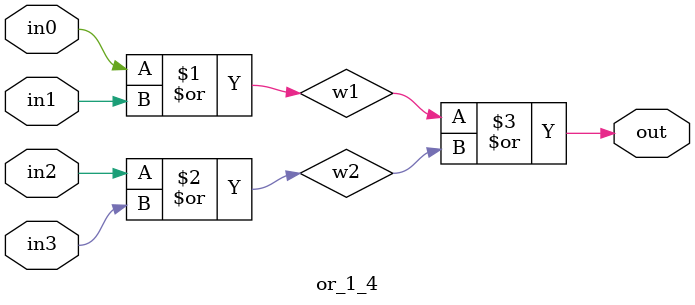
<source format=v>
module or_1_4(out,in0,in1,in2,in3);
	input in0,in1,in2,in3;
	output out;
	wire w1,w2;
	or or1(w1,in0,in1);
	or or2(w2,in2,in3);
	or or3(out,w1,w2);
endmodule
	
</source>
